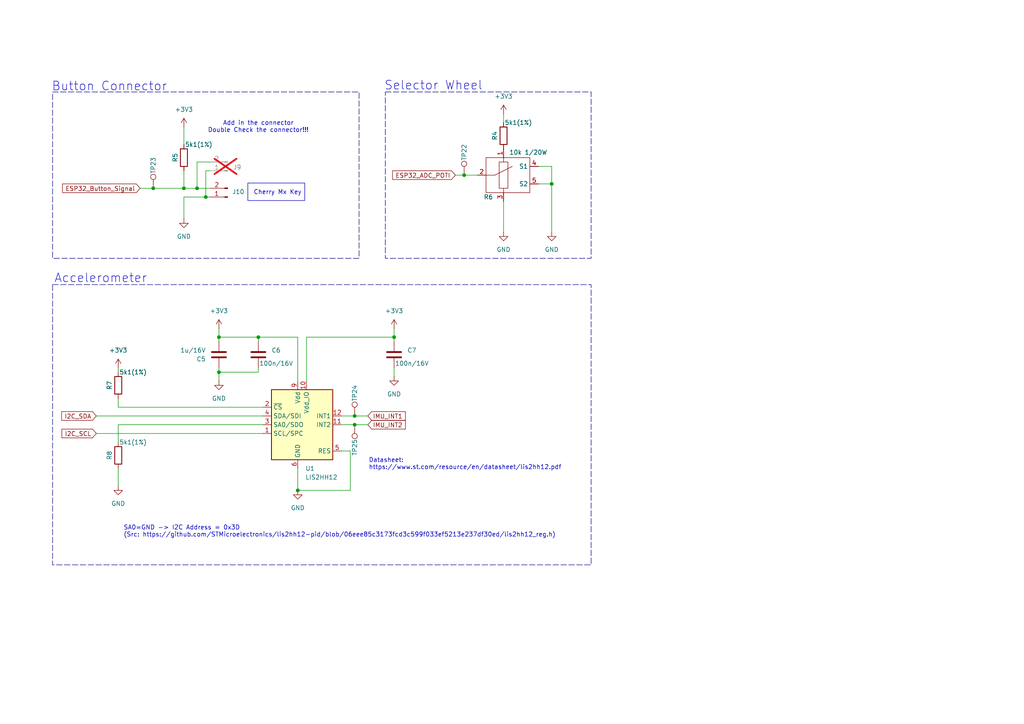
<source format=kicad_sch>
(kicad_sch (version 20231120) (generator "eeschema") (generator_version "8.0")
  (paper "A4")
  (lib_symbols
    (symbol "Connector:Conn_01x02_Pin" (pin_names (offset 1.016) hide)
      (property "Reference" "J" (at 0 2.54 0))
      (property "Value" "Conn_01x02_Pin" (at 0 -5.08 0))
      (symbol "Conn_01x02_Pin_1_1"
        (polyline (pts (xy 1.27 -2.54) (xy 0.8636 -2.54)) (stroke (width 0.1524)))
        (polyline (pts (xy 1.27 0) (xy 0.8636 0)) (stroke (width 0.1524)))
        (rectangle (start 0.8636 -2.413) (end 0 -2.667) (stroke (width 0.1524)) (fill (type outline)))
        (rectangle (start 0.8636 0.127) (end 0 -0.127) (stroke (width 0.1524)) (fill (type outline)))
        (pin passive line (at 5.08 0 180) (length 3.81) (name "Pin_1") (number "1"))
        (pin passive line (at 5.08 -2.54 180) (length 3.81) (name "Pin_2") (number "2"))
      )
    )
    (symbol "Connector:TestPoint" (pin_numbers hide) (pin_names (offset 0.762) hide)
      (property "Reference" "TP" (at 0 6.858 0))
      (property "Value" "TestPoint" (at 0 5.08 0))
      (symbol "TestPoint_0_1"
        (circle (center 0 3.302) (radius 0.762))
      )
      (symbol "TestPoint_1_1"
        (pin passive line (at 0 0 90) (length 2.54) (name "1") (number "1"))
      )
    )
    (symbol "Device:C" (pin_numbers hide) (pin_names (offset 0.254))
      (property "Reference" "C" (at 0.635 2.54 0))
      (property "Value" "C" (at 0.635 -2.54 0))
      (symbol "C_0_1"
        (polyline (pts (xy -2.032 -0.762) (xy 2.032 -0.762)) (stroke (width 0.508)))
        (polyline (pts (xy -2.032 0.762) (xy 2.032 0.762)) (stroke (width 0.508)))
      )
      (symbol "C_1_1"
        (pin passive line (at 0 3.81 270) (length 2.794) (name "~") (number "1"))
        (pin passive line (at 0 -3.81 90) (length 2.794) (name "~") (number "2"))
      )
    )
    (symbol "Device:PTV09A-4025F-B103"
      (property "Reference" "R" (at -7.874 13.716 0))
      (symbol "PTV09A-4025F-B103_0_1"
        (rectangle (start -5.08 5.08) (end 7.62 -5.08))
        (rectangle (start -1.27 3.81) (end 1.27 -3.81))
        (polyline (pts (xy -2.54 0) (xy -5.08 0)))
        (polyline (pts (xy -2.54 0) (xy 2.54 2.54)))
        (polyline (pts (xy 0 3.81) (xy 0 5.08)))
        (polyline (pts (xy 0 -3.81) (xy 0 -5.08) (xy 0 -3.81)))
      )
      (symbol "PTV09A-4025F-B103_1_1"
        (pin passive line (at 0 7.62 270) (length 2.54) (name "") (number "1"))
        (pin passive line (at -7.62 0 0) (length 2.54) (name "") (number "2"))
        (pin passive line (at 0 -7.62 90) (length 2.54) (name "") (number "3"))
        (pin passive line (at 10.16 2.54 180) (length 2.54) (name "S1") (number "4"))
        (pin passive line (at 10.16 -2.54 180) (length 2.54) (name "S2") (number "5"))
      )
    )
    (symbol "Device:R" (pin_numbers hide) (pin_names (offset 0))
      (property "Reference" "R" (at 2.032 0 90))
      (property "Value" "R" (at 0 0 90))
      (symbol "R_0_1"
        (rectangle (start -1.016 -2.54) (end 1.016 2.54) (stroke (width 0.254)))
      )
      (symbol "R_1_1"
        (pin passive line (at 0 3.81 270) (length 1.27) (name "~") (number "1"))
        (pin passive line (at 0 -3.81 90) (length 1.27) (name "~") (number "2"))
      )
    )
    (symbol "Sensor_Motion:LIS2HH12"
      (property "Reference" "U" (at -5.08 11.43 0))
      (property "Value" "LIS2HH12" (at 3.81 11.43 0))
      (symbol "LIS2HH12_0_1"
        (rectangle (start -7.62 10.16) (end 10.16 -10.16) (stroke (width 0.254)) (fill (type background)))
      )
      (symbol "LIS2HH12_1_1"
        (pin input line (at -10.16 -2.54 0) (length 2.54) (name "SCL/SPC") (number "1"))
        (pin power_in line (at 2.54 12.7 270) (length 2.54) (name "Vdd_IO") (number "10"))
        (pin output line (at 12.7 0 180) (length 2.54) (name "INT2") (number "11"))
        (pin output line (at 12.7 2.54 180) (length 2.54) (name "INT1") (number "12"))
        (pin input line (at -10.16 5.08 0) (length 2.54) (name "~{CS}") (number "2"))
        (pin bidirectional line (at -10.16 0 0) (length 2.54) (name "SA0/SDO") (number "3"))
        (pin bidirectional line (at -10.16 2.54 0) (length 2.54) (name "SDA/SDI") (number "4"))
        (pin passive line (at 12.7 -7.62 180) (length 2.54) (name "RES") (number "5"))
        (pin power_in line (at 0 -12.7 90) (length 2.54) (name "GND") (number "6"))
        (pin passive line (at 0 -12.7 90) (length 2.54) hide (name "GND") (number "7"))
        (pin passive line (at 0 -12.7 90) (length 2.54) hide (name "GND") (number "8"))
        (pin power_in line (at 0 12.7 270) (length 2.54) (name "Vdd") (number "9"))
      )
    )
    (symbol "power:+3V3" (power) (pin_numbers hide) (pin_names (offset 0) hide)
      (property "Value" "+3V3" (at 0 3.556 0))
      (symbol "+3V3_0_1"
        (polyline (pts (xy -0.762 1.27) (xy 0 2.54)))
        (polyline (pts (xy 0 0) (xy 0 2.54)))
        (polyline (pts (xy 0 2.54) (xy 0.762 1.27)))
      )
      (symbol "+3V3_1_1"
        (pin power_in line (at 0 0 90) (length 0) (name "~") (number "1"))
      )
    )
    (symbol "power:GND" (power) (pin_numbers hide) (pin_names (offset 0) hide)
      (property "Value" "GND" (at 0 -3.81 0))
      (symbol "GND_0_1"
        (polyline (pts (xy 0 0) (xy 0 -1.27) (xy 1.27 -1.27) (xy 0 -2.54) (xy -1.27 -1.27) (xy 0 -1.27)))
      )
      (symbol "GND_1_1"
        (pin power_in line (at 0 0 270) (length 0) (name "~") (number "1"))
      )
    )
  )
  (junction (at 86.36 142.24))
  (junction (at 59.69 57.15))
  (junction (at 102.87 120.65))
  (junction (at 160.02 53.34))
  (junction (at 63.5 107.95))
  (junction (at 57.15 54.61))
  (junction (at 63.5 97.79))
  (junction (at 102.87 123.19))
  (junction (at 114.3 97.79))
  (junction (at 44.45 54.61))
  (junction (at 74.93 97.79))
  (junction (at 53.34 54.61))
  (junction (at 134.62 50.8))
  (wire (pts (xy 44.45 54.61) (xy 53.34 54.61)))
  (wire (pts (xy 34.29 106.68) (xy 34.29 107.95)))
  (wire (pts (xy 99.06 130.81) (xy 101.6 130.81)))
  (wire (pts (xy 57.15 46.99) (xy 57.15 54.61)))
  (wire (pts (xy 40.64 54.61) (xy 44.45 54.61)))
  (wire (pts (xy 53.34 57.15) (xy 59.69 57.15)))
  (wire (pts (xy 63.5 107.95) (xy 74.93 107.95)))
  (wire (pts (xy 156.21 53.34) (xy 160.02 53.34)))
  (wire (pts (xy 34.29 123.19) (xy 76.2 123.19)))
  (wire (pts (xy 27.94 125.73) (xy 76.2 125.73)))
  (wire (pts (xy 74.93 107.95) (xy 74.93 106.68)))
  (wire (pts (xy 74.93 97.79) (xy 86.36 97.79)))
  (wire (pts (xy 63.5 97.79) (xy 63.5 99.06)))
  (wire (pts (xy 99.06 120.65) (xy 102.87 120.65)))
  (wire (pts (xy 146.05 58.42) (xy 146.05 67.31)))
  (wire (pts (xy 101.6 130.81) (xy 101.6 142.24)))
  (wire (pts (xy 57.15 54.61) (xy 60.96 54.61)))
  (wire (pts (xy 160.02 48.26) (xy 160.02 53.34)))
  (wire (pts (xy 101.6 142.24) (xy 86.36 142.24)))
  (wire (pts (xy 114.3 97.79) (xy 114.3 99.06)))
  (wire (pts (xy 102.87 123.19) (xy 106.68 123.19)))
  (wire (pts (xy 74.93 97.79) (xy 74.93 99.06)))
  (wire (pts (xy 114.3 95.25) (xy 114.3 97.79)))
  (wire (pts (xy 27.94 120.65) (xy 76.2 120.65)))
  (wire (pts (xy 53.34 36.83) (xy 53.34 41.91)))
  (wire (pts (xy 60.96 46.99) (xy 57.15 46.99)))
  (wire (pts (xy 59.69 49.53) (xy 59.69 57.15)))
  (wire (pts (xy 86.36 135.89) (xy 86.36 142.24)))
  (wire (pts (xy 34.29 118.11) (xy 76.2 118.11)))
  (wire (pts (xy 53.34 49.53) (xy 53.34 54.61)))
  (wire (pts (xy 114.3 97.79) (xy 88.9 97.79)))
  (wire (pts (xy 63.5 107.95) (xy 63.5 106.68)))
  (wire (pts (xy 134.62 50.8) (xy 132.08 50.8)))
  (wire (pts (xy 88.9 97.79) (xy 88.9 110.49)))
  (wire (pts (xy 63.5 95.25) (xy 63.5 97.79)))
  (wire (pts (xy 53.34 54.61) (xy 57.15 54.61)))
  (wire (pts (xy 146.05 33.02) (xy 146.05 35.56)))
  (wire (pts (xy 63.5 107.95) (xy 63.5 110.49)))
  (wire (pts (xy 34.29 123.19) (xy 34.29 128.27)))
  (wire (pts (xy 160.02 53.34) (xy 160.02 67.31)))
  (wire (pts (xy 34.29 135.89) (xy 34.29 140.97)))
  (wire (pts (xy 134.62 50.8) (xy 138.43 50.8)))
  (wire (pts (xy 34.29 115.57) (xy 34.29 118.11)))
  (wire (pts (xy 99.06 123.19) (xy 102.87 123.19)))
  (wire (pts (xy 60.96 49.53) (xy 59.69 49.53)))
  (wire (pts (xy 63.5 97.79) (xy 74.93 97.79)))
  (wire (pts (xy 102.87 120.65) (xy 106.68 120.65)))
  (wire (pts (xy 53.34 63.5) (xy 53.34 57.15)))
  (wire (pts (xy 59.69 57.15) (xy 60.96 57.15)))
  (wire (pts (xy 156.21 48.26) (xy 160.02 48.26)))
  (wire (pts (xy 114.3 106.68) (xy 114.3 109.22)))
  (wire (pts (xy 86.36 97.79) (xy 86.36 110.49)))
  (rectangle (start 111.76 26.67) (end 171.45 74.93) (stroke (width 0) (type dash) (color 0 0 132 1)))
  (rectangle (start 71.882 53.086) (end 88.392 58.166))
  (rectangle (start 15.24 82.55) (end 171.45 163.83) (stroke (width 0) (type dash) (color 0 0 132 1)))
  (rectangle (start 15.24 26.67) (end 104.14 74.93) (stroke (width 0) (type dash) (color 0 0 132 1)))
  (text "Accelerometer\n" (at 29.21 80.772 0) (effects (font (size 2.54 2.54))))
  (text "SA0=GND -> I2C Address = 0x3D\n(Src: https://github.com/STMicroelectronics/lis2hh12-pid/blob/06eee85c3173fcd3c599f033ef5213e237df30ed/lis2hh12_reg.h)" (at 35.814 154.178 0) (effects (font (size 1.27 1.27)) (justify left)))
  (text "Button Connector\n" (at 31.75 25.146 0) (effects (font (size 2.54 2.54))))
  (text "Add in the connector\nDouble Check the connector!!!\n" (at 74.93 36.83 0) (effects (font (size 1.27 1.27))))
  (text "Datasheet:\nhttps://www.st.com/resource/en/datasheet/lis2hh12.pdf" (at 106.934 134.62 0) (effects (font (size 1.27 1.27)) (justify left)))
  (text "Selector Wheel" (at 125.73 24.892 0) (effects (font (size 2.54 2.54))))
  (text "Cherry Mx Key" (at 80.518 55.88 0) (effects (font (size 1.27 1.27))))
  (global_label "IMU_INT1" (shape input) (at 106.68 120.65 0) (property "Intersheetrefs" "${INTERSHEET_REFS}" (effects (hide yes))))
  (global_label "ESP32_Button_Signal" (shape input) (at 40.64 54.61 180) (property "Intersheetrefs" "${INTERSHEET_REFS}" (effects (hide yes))))
  (global_label "I2C_SDA" (shape input) (at 27.94 120.65 180) (property "Intersheetrefs" "${INTERSHEET_REFS}" (effects (hide yes))))
  (global_label "ESP32_ADC_POTI" (shape input) (at 132.08 50.8 180) (property "Intersheetrefs" "${INTERSHEET_REFS}" (effects (hide yes))))
  (global_label "IMU_INT2" (shape input) (at 106.68 123.19 0) (property "Intersheetrefs" "${INTERSHEET_REFS}" (effects (hide yes))))
  (global_label "I2C_SCL" (shape input) (at 27.94 125.73 180) (property "Intersheetrefs" "${INTERSHEET_REFS}" (effects (hide yes))))
  (symbol (lib_id "Connector:Conn_01x02_Pin") (at 66.04 49.53 180) (unit 1) (in_bom no) (dnp yes)
    (property "Reference" "J9" (at 68.834 48.514 0))
    (property "Value" "Conn_01x02_Pin" (effects (hide yes)))
    (property "Footprint" "Connector_PinHeader_2.54mm:PinHeader_1x02_P2.54mm_Vertical" (effects (hide yes)))
    (property "Description" "Generic connector, single row, 01x02, script generated" (effects (hide yes)))
  )
  (symbol (lib_id "Device:PTV09A-4025F-B103") (at 146.05 50.8 0) (unit 1)
    (property "Reference" "R6" (at 143.002 57.15 0) (effects (justify right)))
    (property "Value" "10k 1/20W" (at 158.75 44.196 0) (effects (justify right)))
    (property "Footprint" "Potentiometer_THT:Pot" (effects (hide yes)))
    (property "MF" "Bourns" (effects (hide yes)))
    (property "Description_1" "\nPANEL CONTROL - 9MM-ST-CARBON | Bourns PTV09A-4025F-B103\n" (effects (hide yes)))
    (property "Package" "None" (effects (hide yes)))
    (property "Price" "None" (effects (hide yes)))
    (property "SnapEDA_Link" "https://www.snapeda.com/parts/PTV09A-4025F-B103/Bourns/view-part/?ref=snap" (effects (hide yes)))
    (property "MP" "PTV09A-4025F-B103" (effects (hide yes)))
    (property "Purchase-URL" "https://www.snapeda.com/api/url_track_click_mouser/?unipart_id=48666&manufacturer=Bourns&part_name=PTV09A-4025F-B103&search_term=None" (effects (hide yes)))
    (property "Availability" "In Stock" (effects (hide yes)))
    (property "Check_prices" "https://www.snapeda.com/parts/PTV09A-4025F-B103/Bourns/view-part/?ref=eda" (effects (hide yes)))
  )
  (symbol (lib_id "Device:R") (at 53.34 45.72 0) (unit 1)
    (property "Reference" "R5" (at 50.8 45.72 90))
    (property "Value" "5k1(1%)" (at 57.658 41.91 0))
    (property "Footprint" "Resistor_SMD:R_0805_2012Metric" (effects (hide yes)))
    (property "Part ID" "CR0805-FX-5101ELF " (effects (hide yes)))
    (property "MPN" "CR0805-FX-5101ELF " (effects (hide yes)))
  )
  (symbol (lib_id "Connector:TestPoint") (at 44.45 54.61 0) (unit 1)
    (property "Reference" "TP23" (at 44.45 48.006 90))
    (property "Value" "TestPoint" (effects (hide yes)))
    (property "Footprint" "TestPoint:TestPoint_Pad_D1.0mm" (effects (hide yes)))
    (property "Description" "test point" (effects (hide yes)))
  )
  (symbol (lib_id "power:GND") (at 86.36 142.24 0) (unit 1)
    (property "Reference" "#PWR032" (effects (hide yes)))
    (property "Value" "GND" (at 86.36 147.32 0))
    (property "Description" "Power symbol creates a global label with name \"GND\" , ground" (effects (hide yes)))
  )
  (symbol (lib_id "power:GND") (at 63.5 110.49 0) (unit 1)
    (property "Reference" "#PWR030" (effects (hide yes)))
    (property "Value" "GND" (at 63.5 115.57 0))
    (property "Description" "Power symbol creates a global label with name \"GND\" , ground" (effects (hide yes)))
  )
  (symbol (lib_id "Connector:TestPoint") (at 102.87 123.19 180) (unit 1)
    (property "Reference" "TP25" (at 102.87 129.794 90))
    (property "Value" "TestPoint" (effects (hide yes)))
    (property "Footprint" "TestPoint:TestPoint_Pad_D1.0mm" (effects (hide yes)))
    (property "Description" "test point" (effects (hide yes)))
  )
  (symbol (lib_id "power:+3V3") (at 34.29 106.68 0) (unit 1)
    (property "Reference" "#PWR028" (effects (hide yes)))
    (property "Value" "+3V3" (at 34.29 101.6 0))
    (property "Description" "Power symbol creates a global label with name \"+3V3\"" (effects (hide yes)))
  )
  (symbol (lib_id "power:GND") (at 160.02 67.31 0) (unit 1)
    (property "Reference" "#PWR025" (effects (hide yes)))
    (property "Value" "GND" (at 160.02 72.39 0))
    (property "Description" "Power symbol creates a global label with name \"GND\" , ground" (effects (hide yes)))
  )
  (symbol (lib_id "Connector:TestPoint") (at 102.87 120.65 0) (unit 1)
    (property "Reference" "TP24" (at 102.87 114.046 90))
    (property "Value" "TestPoint" (effects (hide yes)))
    (property "Footprint" "TestPoint:TestPoint_Pad_D1.0mm" (effects (hide yes)))
    (property "Description" "test point" (effects (hide yes)))
  )
  (symbol (lib_id "power:GND") (at 34.29 140.97 0) (unit 1)
    (property "Reference" "#PWR031" (effects (hide yes)))
    (property "Value" "GND" (at 34.29 146.05 0))
    (property "Description" "Power symbol creates a global label with name \"GND\" , ground" (effects (hide yes)))
  )
  (symbol (lib_id "Device:R") (at 146.05 39.37 0) (unit 1)
    (property "Reference" "R4" (at 143.51 39.37 90))
    (property "Value" "5k1(1%)" (at 150.368 35.56 0))
    (property "Footprint" "Resistor_SMD:R_0805_2012Metric" (effects (hide yes)))
    (property "Part ID" "CR0805-FX-5101ELF " (effects (hide yes)))
    (property "MPN" "CR0805-FX-5101ELF " (effects (hide yes)))
  )
  (symbol (lib_id "power:GND") (at 114.3 109.22 0) (unit 1)
    (property "Reference" "#PWR029" (effects (hide yes)))
    (property "Value" "GND" (at 114.3 114.3 0))
    (property "Description" "Power symbol creates a global label with name \"GND\" , ground" (effects (hide yes)))
  )
  (symbol (lib_id "power:+3V3") (at 146.05 33.02 0) (unit 1)
    (property "Reference" "#PWR021" (effects (hide yes)))
    (property "Value" "+3V3" (at 146.05 27.94 0))
    (property "Description" "Power symbol creates a global label with name \"+3V3\"" (effects (hide yes)))
  )
  (symbol (lib_id "Device:C") (at 63.5 102.87 180) (unit 1)
    (property "Reference" "C5" (at 59.69 104.1401 0) (effects (justify left)))
    (property "Value" "1u/16V" (at 59.69 101.6001 0) (effects (justify left)))
    (property "Footprint" "Capacitor_SMD:C_0805_2012Metric" (effects (hide yes)))
    (property "Description" "Unpolarized capacitor" (effects (hide yes)))
    (property "MPN" "0805B105K250DC" (effects (hide yes)))
    (property "Digikey" "https://www.digikey.pt/en/products/detail/nextgen-components/0805B105K250DC/18676982" (effects (hide yes)))
  )
  (symbol (lib_id "power:+3V3") (at 63.5 95.25 0) (unit 1)
    (property "Reference" "#PWR026" (effects (hide yes)))
    (property "Value" "+3V3" (at 63.5 90.17 0))
    (property "Description" "Power symbol creates a global label with name \"+3V3\"" (effects (hide yes)))
  )
  (symbol (lib_id "Device:R") (at 34.29 111.76 0) (unit 1)
    (property "Reference" "R7" (at 31.75 111.76 90))
    (property "Value" "5k1(1%)" (at 38.608 107.95 0))
    (property "Footprint" "Resistor_SMD:R_0805_2012Metric" (effects (hide yes)))
    (property "Part ID" "CR0805-FX-5101ELF " (effects (hide yes)))
    (property "MPN" "CR0805-FX-5101ELF " (effects (hide yes)))
  )
  (symbol (lib_id "Connector:TestPoint") (at 134.62 50.8 0) (unit 1)
    (property "Reference" "TP22" (at 134.62 44.196 90))
    (property "Value" "TestPoint" (effects (hide yes)))
    (property "Footprint" "TestPoint:TestPoint_Pad_D1.0mm" (effects (hide yes)))
    (property "Description" "test point" (effects (hide yes)))
  )
  (symbol (lib_id "power:GND") (at 53.34 63.5 0) (unit 1)
    (property "Reference" "#PWR023" (effects (hide yes)))
    (property "Value" "GND" (at 53.34 68.58 0))
    (property "Description" "Power symbol creates a global label with name \"GND\" , ground" (effects (hide yes)))
  )
  (symbol (lib_id "Device:R") (at 34.29 132.08 0) (unit 1)
    (property "Reference" "R8" (at 31.75 132.08 90))
    (property "Value" "5k1(1%)" (at 38.608 128.27 0))
    (property "Footprint" "Resistor_SMD:R_0805_2012Metric" (effects (hide yes)))
    (property "Part ID" "CR0805-FX-5101ELF " (effects (hide yes)))
    (property "MPN" "CR0805-FX-5101ELF " (effects (hide yes)))
  )
  (symbol (lib_id "Device:C") (at 74.93 102.87 180) (unit 1)
    (property "Reference" "C6" (at 78.74 101.5999 0) (effects (justify right)))
    (property "Value" "100n/16V" (at 75.184 105.41 0) (effects (justify right)))
    (property "Footprint" "Capacitor_SMD:C_0805_2012Metric" (effects (hide yes)))
    (property "Description" "Unpolarized capacitor" (effects (hide yes)))
    (property "Digikey" "https://www.digikey.pt/en/products/detail/yageo/CC0805KRX7R9BB104/302874" (effects (hide yes)))
    (property "MPN" "CC0805KRX7R9BB104" (effects (hide yes)))
  )
  (symbol (lib_id "Sensor_Motion:LIS2HH12") (at 86.36 123.19 0) (unit 1)
    (property "Reference" "U1" (at 88.5541 135.89 0) (effects (justify left)))
    (property "Value" "LIS2HH12" (at 88.5541 138.43 0) (effects (justify left)))
    (property "Footprint" "Package_LGA:LGA-12_2x2mm_P0.5mm" (effects (hide yes)))
    (property "Datasheet" "www.st.com/resource/en/datasheet/lis2hh12.pdf" (effects (hide yes)))
    (property "Description" "3-Axis Accelerometer, 2/4/8g range, I2C/SPI interface" (effects (hide yes)))
    (property "MPN" "LIS2HH12" (effects (hide yes)))
    (property "Digikey" "https://www.digikey.pt/en/products/detail/stmicroelectronics/LIS2HH12TR/5043058?s=N4IgTCBcDaIDIEkDKYASqCMEC6BfIA" (effects (hide yes)))
  )
  (symbol (lib_id "power:+3V3") (at 114.3 95.25 0) (unit 1)
    (property "Reference" "#PWR027" (effects (hide yes)))
    (property "Value" "+3V3" (at 114.3 90.17 0))
    (property "Description" "Power symbol creates a global label with name \"+3V3\"" (effects (hide yes)))
  )
  (symbol (lib_id "power:+3V3") (at 53.34 36.83 0) (unit 1)
    (property "Reference" "#PWR022" (effects (hide yes)))
    (property "Value" "+3V3" (at 53.34 31.75 0))
    (property "Description" "Power symbol creates a global label with name \"+3V3\"" (effects (hide yes)))
  )
  (symbol (lib_id "power:GND") (at 146.05 67.31 0) (unit 1)
    (property "Reference" "#PWR024" (effects (hide yes)))
    (property "Value" "GND" (at 146.05 72.39 0))
    (property "Description" "Power symbol creates a global label with name \"GND\" , ground" (effects (hide yes)))
  )
  (symbol (lib_id "Device:C") (at 114.3 102.87 180) (unit 1)
    (property "Reference" "C7" (at 118.11 101.5999 0) (effects (justify right)))
    (property "Value" "100n/16V" (at 114.554 105.41 0) (effects (justify right)))
    (property "Footprint" "Capacitor_SMD:C_0805_2012Metric" (effects (hide yes)))
    (property "Description" "Unpolarized capacitor" (effects (hide yes)))
    (property "Digikey" "https://www.digikey.pt/en/products/detail/yageo/CC0805KRX7R9BB104/302874" (effects (hide yes)))
    (property "MPN" "CC0805KRX7R9BB104" (effects (hide yes)))
  )
  (symbol (lib_id "Connector:Conn_01x02_Pin") (at 66.04 57.15 180) (unit 1)
    (property "Reference" "J10" (at 67.31 55.626 0) (effects (justify right)))
    (property "Value" "Conn_01x02_Pin" (effects (hide yes)))
    (property "Footprint" "Connector_PinHeader_2.54mm:PinHeader_1x02_P2.54mm_Horizontal" (effects (hide yes)))
    (property "Description" "Generic connector, single row, 01x02, script generated" (effects (hide yes)))
  )
)
</source>
